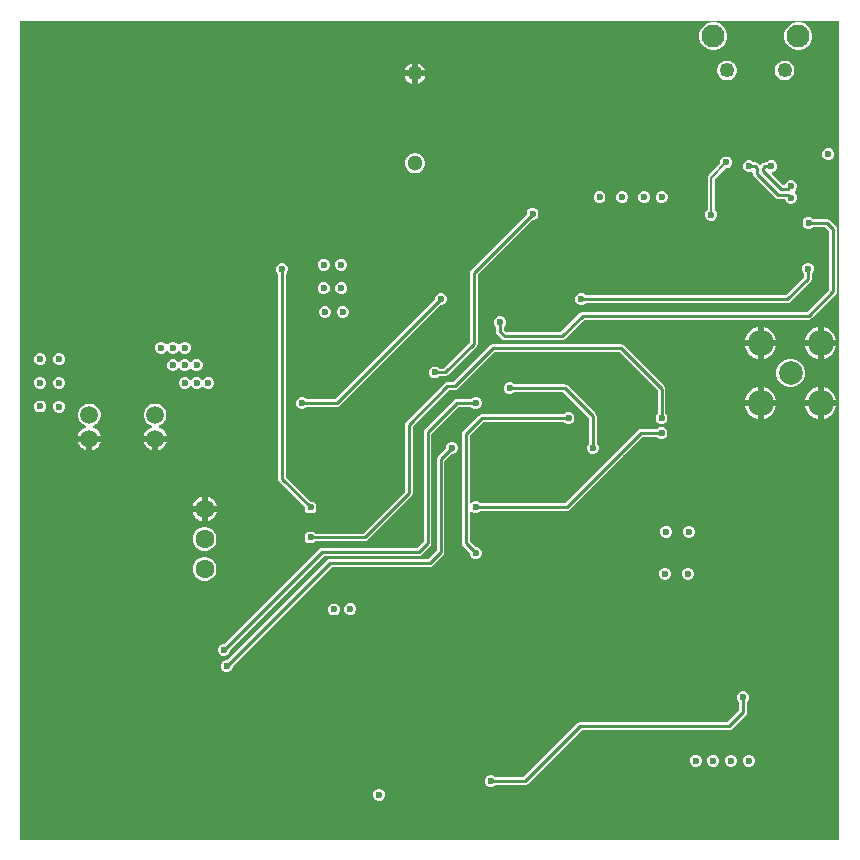
<source format=gbl>
G04*
G04 #@! TF.GenerationSoftware,Altium Limited,Altium Designer,21.9.2 (33)*
G04*
G04 Layer_Physical_Order=4*
G04 Layer_Color=16711680*
%FSLAX25Y25*%
%MOIN*%
G70*
G04*
G04 #@! TF.SameCoordinates,2BD51A12-542F-4E7F-AF7E-1702C203C590*
G04*
G04*
G04 #@! TF.FilePolarity,Positive*
G04*
G01*
G75*
%ADD17C,0.01000*%
%ADD101C,0.00800*%
%ADD103C,0.01100*%
%ADD108C,0.05118*%
%ADD109C,0.05906*%
%ADD110C,0.08661*%
%ADD111C,0.07874*%
%ADD112C,0.06299*%
%ADD113C,0.02362*%
%ADD114C,0.07677*%
%ADD115C,0.04921*%
G36*
X274271Y274271D02*
Y1319D01*
X1319D01*
Y274271D01*
X274271Y274271D01*
D02*
G37*
%LPC*%
G36*
X261241Y273733D02*
X260019D01*
X258840Y273417D01*
X257782Y272806D01*
X256918Y271943D01*
X256308Y270885D01*
X255991Y269705D01*
Y268484D01*
X256308Y267304D01*
X256918Y266246D01*
X257782Y265383D01*
X258840Y264772D01*
X260019Y264456D01*
X261241D01*
X262420Y264772D01*
X263478Y265383D01*
X264342Y266246D01*
X264952Y267304D01*
X265268Y268484D01*
Y269705D01*
X264952Y270885D01*
X264342Y271943D01*
X263478Y272806D01*
X262420Y273417D01*
X261241Y273733D01*
D02*
G37*
G36*
X232894D02*
X231673D01*
X230493Y273417D01*
X229435Y272806D01*
X228572Y271943D01*
X227961Y270885D01*
X227645Y269705D01*
Y268484D01*
X227961Y267304D01*
X228572Y266246D01*
X229435Y265383D01*
X230493Y264772D01*
X231673Y264456D01*
X232894D01*
X234074Y264772D01*
X235132Y265383D01*
X235995Y266246D01*
X236606Y267304D01*
X236922Y268484D01*
Y269705D01*
X236606Y270885D01*
X235995Y271943D01*
X235132Y272806D01*
X234074Y273417D01*
X232894Y273733D01*
D02*
G37*
G36*
X133806Y260077D02*
Y257661D01*
X136223D01*
X136123Y258034D01*
X135654Y258846D01*
X134992Y259509D01*
X134180Y259977D01*
X133806Y260077D01*
D02*
G37*
G36*
X131806Y260077D02*
X131432Y259977D01*
X130621Y259509D01*
X129958Y258846D01*
X129490Y258034D01*
X129390Y257661D01*
X131806D01*
Y260077D01*
D02*
G37*
G36*
X256433Y260938D02*
X255575D01*
X254745Y260716D01*
X254002Y260286D01*
X253395Y259679D01*
X252965Y258936D01*
X252743Y258106D01*
Y257248D01*
X252965Y256419D01*
X253395Y255675D01*
X254002Y255068D01*
X254745Y254639D01*
X255575Y254416D01*
X256433D01*
X257262Y254639D01*
X258006Y255068D01*
X258613Y255675D01*
X259042Y256419D01*
X259265Y257248D01*
Y258106D01*
X259042Y258936D01*
X258613Y259679D01*
X258006Y260286D01*
X257262Y260716D01*
X256433Y260938D01*
D02*
G37*
G36*
X237339D02*
X236480D01*
X235651Y260716D01*
X234907Y260286D01*
X234300Y259679D01*
X233871Y258936D01*
X233649Y258106D01*
Y257248D01*
X233871Y256419D01*
X234300Y255675D01*
X234907Y255068D01*
X235651Y254639D01*
X236480Y254416D01*
X237339D01*
X238168Y254639D01*
X238912Y255068D01*
X239519Y255675D01*
X239948Y256419D01*
X240170Y257248D01*
Y258106D01*
X239948Y258936D01*
X239519Y259679D01*
X238912Y260286D01*
X238168Y260716D01*
X237339Y260938D01*
D02*
G37*
G36*
X136223Y255661D02*
X133806D01*
Y253244D01*
X134180Y253344D01*
X134992Y253813D01*
X135654Y254475D01*
X136123Y255287D01*
X136223Y255661D01*
D02*
G37*
G36*
X131806D02*
X129390D01*
X129490Y255287D01*
X129958Y254475D01*
X130621Y253813D01*
X131432Y253344D01*
X131806Y253244D01*
Y255661D01*
D02*
G37*
G36*
X270994Y231665D02*
X270206D01*
X269478Y231363D01*
X268920Y230806D01*
X268619Y230078D01*
Y229289D01*
X268920Y228561D01*
X269478Y228004D01*
X270206Y227702D01*
X270994D01*
X271722Y228004D01*
X272280Y228561D01*
X272581Y229289D01*
Y230078D01*
X272280Y230806D01*
X271722Y231363D01*
X270994Y231665D01*
D02*
G37*
G36*
X251994Y227681D02*
X251206D01*
X250478Y227379D01*
X250175Y227077D01*
X249594D01*
X249594Y227077D01*
X249068Y226972D01*
X248621Y226673D01*
X248621Y226673D01*
X248245Y226297D01*
X247900Y226078D01*
X247555Y226297D01*
X247179Y226673D01*
X246732Y226972D01*
X246206Y227077D01*
X245625D01*
X245322Y227379D01*
X244594Y227681D01*
X243806D01*
X243078Y227379D01*
X242520Y226822D01*
X242219Y226094D01*
Y225306D01*
X242520Y224578D01*
X243078Y224021D01*
X243806Y223719D01*
X244594D01*
X244973Y223876D01*
X245474Y223542D01*
Y223274D01*
X245578Y222748D01*
X245877Y222301D01*
X253001Y215177D01*
X253448Y214878D01*
X253975Y214774D01*
X256274D01*
X256521Y214178D01*
X257078Y213620D01*
X257806Y213319D01*
X258594D01*
X259322Y213620D01*
X259879Y214178D01*
X260181Y214906D01*
Y215694D01*
X259879Y216422D01*
X259393Y216909D01*
X259353Y217200D01*
X259393Y217491D01*
X259879Y217978D01*
X260181Y218706D01*
Y219494D01*
X259879Y220222D01*
X259322Y220779D01*
X258594Y221081D01*
X257806D01*
X257078Y220779D01*
X256521Y220222D01*
X256274Y219626D01*
X255415D01*
X251784Y223257D01*
X251975Y223719D01*
X251994D01*
X252722Y224021D01*
X253279Y224578D01*
X253581Y225306D01*
Y226094D01*
X253279Y226822D01*
X252722Y227379D01*
X251994Y227681D01*
D02*
G37*
G36*
X133248Y230098D02*
X132364D01*
X131510Y229870D01*
X130744Y229427D01*
X130118Y228802D01*
X129676Y228036D01*
X129447Y227182D01*
Y226297D01*
X129676Y225443D01*
X130118Y224677D01*
X130744Y224051D01*
X131510Y223609D01*
X132364Y223380D01*
X133248D01*
X134103Y223609D01*
X134869Y224051D01*
X135494Y224677D01*
X135936Y225443D01*
X136165Y226297D01*
Y227182D01*
X135936Y228036D01*
X135494Y228802D01*
X134869Y229427D01*
X134103Y229870D01*
X133248Y230098D01*
D02*
G37*
G36*
X215484Y217411D02*
X214696D01*
X213968Y217109D01*
X213410Y216552D01*
X213109Y215824D01*
Y215036D01*
X213410Y214308D01*
X213968Y213751D01*
X214696Y213449D01*
X215484D01*
X216212Y213751D01*
X216770Y214308D01*
X217071Y215036D01*
Y215824D01*
X216770Y216552D01*
X216212Y217109D01*
X215484Y217411D01*
D02*
G37*
G36*
X202294D02*
X201506D01*
X200778Y217109D01*
X200220Y216552D01*
X199919Y215824D01*
Y215036D01*
X200220Y214308D01*
X200778Y213751D01*
X201506Y213449D01*
X202294D01*
X203022Y213751D01*
X203579Y214308D01*
X203881Y215036D01*
Y215824D01*
X203579Y216552D01*
X203022Y217109D01*
X202294Y217411D01*
D02*
G37*
G36*
X209614Y217351D02*
X208826D01*
X208098Y217050D01*
X207540Y216492D01*
X207239Y215764D01*
Y214976D01*
X207540Y214248D01*
X208098Y213690D01*
X208826Y213389D01*
X209614D01*
X210342Y213690D01*
X210899Y214248D01*
X211201Y214976D01*
Y215764D01*
X210899Y216492D01*
X210342Y217050D01*
X209614Y217351D01*
D02*
G37*
G36*
X194734D02*
X193946D01*
X193218Y217050D01*
X192660Y216492D01*
X192359Y215764D01*
Y214976D01*
X192660Y214248D01*
X193218Y213690D01*
X193946Y213389D01*
X194734D01*
X195462Y213690D01*
X196019Y214248D01*
X196321Y214976D01*
Y215764D01*
X196019Y216492D01*
X195462Y217050D01*
X194734Y217351D01*
D02*
G37*
G36*
X236994Y228981D02*
X236206D01*
X235478Y228679D01*
X234921Y228122D01*
X234619Y227394D01*
Y226749D01*
X230705Y222835D01*
X230440Y222438D01*
X230346Y221970D01*
Y211178D01*
X229890Y210722D01*
X229589Y209994D01*
Y209206D01*
X229890Y208478D01*
X230448Y207921D01*
X231176Y207619D01*
X231964D01*
X232692Y207921D01*
X233249Y208478D01*
X233551Y209206D01*
Y209994D01*
X233249Y210722D01*
X232793Y211178D01*
Y221463D01*
X236349Y225019D01*
X236994D01*
X237722Y225321D01*
X238280Y225878D01*
X238581Y226606D01*
Y227394D01*
X238280Y228122D01*
X237722Y228679D01*
X236994Y228981D01*
D02*
G37*
G36*
X108662Y194895D02*
X107874D01*
X107146Y194593D01*
X106588Y194036D01*
X106287Y193307D01*
Y192519D01*
X106588Y191791D01*
X107146Y191234D01*
X107874Y190932D01*
X108662D01*
X109390Y191234D01*
X109947Y191791D01*
X110249Y192519D01*
Y193307D01*
X109947Y194036D01*
X109390Y194593D01*
X108662Y194895D01*
D02*
G37*
G36*
X102756D02*
X101968D01*
X101240Y194593D01*
X100683Y194036D01*
X100381Y193307D01*
Y192519D01*
X100683Y191791D01*
X101240Y191234D01*
X101968Y190932D01*
X102756D01*
X103484Y191234D01*
X104042Y191791D01*
X104343Y192519D01*
Y193307D01*
X104042Y194036D01*
X103484Y194593D01*
X102756Y194895D01*
D02*
G37*
G36*
X108662Y187021D02*
X107874D01*
X107146Y186719D01*
X106588Y186162D01*
X106287Y185433D01*
Y184645D01*
X106588Y183917D01*
X107146Y183360D01*
X107874Y183058D01*
X108662D01*
X109390Y183360D01*
X109947Y183917D01*
X110249Y184645D01*
Y185433D01*
X109947Y186162D01*
X109390Y186719D01*
X108662Y187021D01*
D02*
G37*
G36*
X102756D02*
X101968D01*
X101240Y186719D01*
X100683Y186162D01*
X100381Y185433D01*
Y184645D01*
X100683Y183917D01*
X101240Y183360D01*
X101968Y183058D01*
X102756D01*
X103484Y183360D01*
X104042Y183917D01*
X104343Y184645D01*
Y185433D01*
X104042Y186162D01*
X103484Y186719D01*
X102756Y187021D01*
D02*
G37*
G36*
X264124Y193581D02*
X263336D01*
X262608Y193280D01*
X262051Y192722D01*
X261749Y191994D01*
Y191206D01*
X262051Y190478D01*
X262404Y190124D01*
Y188729D01*
X256401Y182726D01*
X189776D01*
X189422Y183080D01*
X188694Y183381D01*
X187906D01*
X187178Y183080D01*
X186620Y182522D01*
X186319Y181794D01*
Y181006D01*
X186620Y180278D01*
X187178Y179720D01*
X187906Y179419D01*
X188694D01*
X189422Y179720D01*
X189776Y180075D01*
X256950D01*
X257457Y180175D01*
X257887Y180463D01*
X264667Y187243D01*
X264955Y187673D01*
X265055Y188180D01*
Y190124D01*
X265409Y190478D01*
X265711Y191206D01*
Y191994D01*
X265409Y192722D01*
X264852Y193280D01*
X264124Y193581D01*
D02*
G37*
G36*
X109099Y179147D02*
X108311D01*
X107582Y178845D01*
X107025Y178288D01*
X106724Y177559D01*
Y176771D01*
X107025Y176043D01*
X107582Y175486D01*
X108311Y175184D01*
X109099D01*
X109827Y175486D01*
X110384Y176043D01*
X110686Y176771D01*
Y177559D01*
X110384Y178288D01*
X109827Y178845D01*
X109099Y179147D01*
D02*
G37*
G36*
X103193D02*
X102405D01*
X101677Y178845D01*
X101120Y178288D01*
X100818Y177559D01*
Y176771D01*
X101120Y176043D01*
X101677Y175486D01*
X102405Y175184D01*
X103193D01*
X103921Y175486D01*
X104479Y176043D01*
X104780Y176771D01*
Y177559D01*
X104479Y178288D01*
X103921Y178845D01*
X103193Y179147D01*
D02*
G37*
G36*
X264394Y208931D02*
X263606D01*
X262878Y208629D01*
X262320Y208072D01*
X262019Y207344D01*
Y206556D01*
X262320Y205828D01*
X262878Y205271D01*
X263606Y204969D01*
X264394D01*
X265122Y205271D01*
X265476Y205625D01*
X269451D01*
X270784Y204291D01*
Y184569D01*
X263511Y177295D01*
X188690D01*
X188183Y177195D01*
X187753Y176907D01*
X181221Y170376D01*
X163289D01*
X162536Y171129D01*
Y172214D01*
X162890Y172568D01*
X163191Y173296D01*
Y174084D01*
X162890Y174812D01*
X162332Y175370D01*
X161604Y175671D01*
X160816D01*
X160088Y175370D01*
X159530Y174812D01*
X159229Y174084D01*
Y173296D01*
X159530Y172568D01*
X159885Y172214D01*
Y170580D01*
X159985Y170073D01*
X160273Y169643D01*
X161803Y168113D01*
X162233Y167825D01*
X162740Y167725D01*
X181770D01*
X182277Y167825D01*
X182707Y168113D01*
X189239Y174644D01*
X264060D01*
X264567Y174745D01*
X264997Y175033D01*
X273047Y183083D01*
X273335Y183513D01*
X273435Y184020D01*
Y204840D01*
X273335Y205347D01*
X273047Y205777D01*
X270937Y207887D01*
X270507Y208175D01*
X270000Y208276D01*
X265476D01*
X265122Y208629D01*
X264394Y208931D01*
D02*
G37*
G36*
X269000Y172051D02*
Y167800D01*
X273251D01*
X272967Y168858D01*
X272266Y170073D01*
X271273Y171066D01*
X270058Y171767D01*
X269000Y172051D01*
D02*
G37*
G36*
X249000D02*
Y167800D01*
X253251D01*
X252967Y168858D01*
X252266Y170073D01*
X251273Y171066D01*
X250058Y171767D01*
X249000Y172051D01*
D02*
G37*
G36*
X267000Y172051D02*
X265942Y171767D01*
X264727Y171066D01*
X263734Y170073D01*
X263033Y168858D01*
X262749Y167800D01*
X267000D01*
Y172051D01*
D02*
G37*
G36*
X247000D02*
X245942Y171767D01*
X244727Y171066D01*
X243734Y170073D01*
X243033Y168858D01*
X242749Y167800D01*
X247000D01*
Y172051D01*
D02*
G37*
G36*
X56494Y167287D02*
X55706D01*
X54978Y166985D01*
X54421Y166428D01*
X54382Y166333D01*
X53882D01*
X53843Y166428D01*
X53285Y166985D01*
X52557Y167287D01*
X51769D01*
X51041Y166985D01*
X50484Y166428D01*
X50445Y166333D01*
X49944D01*
X49905Y166428D01*
X49348Y166985D01*
X48620Y167287D01*
X47832D01*
X47104Y166985D01*
X46547Y166428D01*
X46245Y165700D01*
Y164911D01*
X46547Y164183D01*
X47104Y163626D01*
X47832Y163324D01*
X48620D01*
X49348Y163626D01*
X49905Y164183D01*
X49944Y164278D01*
X50445D01*
X50484Y164183D01*
X51041Y163626D01*
X51769Y163324D01*
X52557D01*
X53285Y163626D01*
X53843Y164183D01*
X53882Y164278D01*
X54382D01*
X54421Y164183D01*
X54978Y163626D01*
X55706Y163324D01*
X56494D01*
X57222Y163626D01*
X57780Y164183D01*
X58081Y164911D01*
Y165700D01*
X57780Y166428D01*
X57222Y166985D01*
X56494Y167287D01*
D02*
G37*
G36*
X273251Y165800D02*
X269000D01*
Y161549D01*
X270058Y161833D01*
X271273Y162534D01*
X272266Y163527D01*
X272967Y164742D01*
X273251Y165800D01*
D02*
G37*
G36*
X253251D02*
X249000D01*
Y161549D01*
X250058Y161833D01*
X251273Y162534D01*
X252266Y163527D01*
X252967Y164742D01*
X253251Y165800D01*
D02*
G37*
G36*
X267000D02*
X262749D01*
X263033Y164742D01*
X263734Y163527D01*
X264727Y162534D01*
X265942Y161833D01*
X267000Y161549D01*
Y165800D01*
D02*
G37*
G36*
X247000D02*
X242749D01*
X243033Y164742D01*
X243734Y163527D01*
X244727Y162534D01*
X245942Y161833D01*
X247000Y161549D01*
Y165800D01*
D02*
G37*
G36*
X60431Y161381D02*
X59643D01*
X58915Y161080D01*
X58358Y160522D01*
X58319Y160428D01*
X57819D01*
X57780Y160522D01*
X57222Y161080D01*
X56494Y161381D01*
X55706D01*
X54978Y161080D01*
X54421Y160522D01*
X54382Y160428D01*
X53882D01*
X53843Y160522D01*
X53285Y161080D01*
X52557Y161381D01*
X51769D01*
X51041Y161080D01*
X50484Y160522D01*
X50182Y159794D01*
Y159006D01*
X50484Y158278D01*
X51041Y157720D01*
X51769Y157419D01*
X52557D01*
X53285Y157720D01*
X53843Y158278D01*
X53882Y158372D01*
X54382D01*
X54421Y158278D01*
X54978Y157720D01*
X55706Y157419D01*
X56494D01*
X57222Y157720D01*
X57780Y158278D01*
X57819Y158372D01*
X58319D01*
X58358Y158278D01*
X58915Y157720D01*
X59643Y157419D01*
X60431D01*
X61159Y157720D01*
X61717Y158278D01*
X62018Y159006D01*
Y159794D01*
X61717Y160522D01*
X61159Y161080D01*
X60431Y161381D01*
D02*
G37*
G36*
X8268Y163398D02*
X7480D01*
X6752Y163097D01*
X6194Y162540D01*
X5893Y161811D01*
Y161023D01*
X6194Y160295D01*
X6752Y159738D01*
X7480Y159436D01*
X8268D01*
X8996Y159738D01*
X9554Y160295D01*
X9855Y161023D01*
Y161811D01*
X9554Y162540D01*
X8996Y163097D01*
X8268Y163398D01*
D02*
G37*
G36*
X14646Y163350D02*
X13858D01*
X13129Y163048D01*
X12572Y162491D01*
X12270Y161763D01*
Y160975D01*
X12572Y160247D01*
X13129Y159689D01*
X13858Y159388D01*
X14646D01*
X15374Y159689D01*
X15931Y160247D01*
X16233Y160975D01*
Y161763D01*
X15931Y162491D01*
X15374Y163048D01*
X14646Y163350D01*
D02*
G37*
G36*
X172394Y211881D02*
X171606D01*
X170878Y211579D01*
X170320Y211022D01*
X170019Y210294D01*
Y209793D01*
X151463Y191237D01*
X151175Y190807D01*
X151075Y190300D01*
Y167168D01*
X142232Y158326D01*
X140976D01*
X140622Y158679D01*
X139894Y158981D01*
X139106D01*
X138378Y158679D01*
X137820Y158122D01*
X137519Y157394D01*
Y156606D01*
X137820Y155878D01*
X138378Y155321D01*
X139106Y155019D01*
X139894D01*
X140622Y155321D01*
X140976Y155675D01*
X142781D01*
X143289Y155775D01*
X143719Y156063D01*
X153337Y165681D01*
X153625Y166112D01*
X153726Y166619D01*
Y189751D01*
X171893Y207919D01*
X172394D01*
X173122Y208221D01*
X173679Y208778D01*
X173981Y209506D01*
Y210294D01*
X173679Y211022D01*
X173122Y211579D01*
X172394Y211881D01*
D02*
G37*
G36*
X64368Y155476D02*
X63580D01*
X62852Y155174D01*
X62295Y154617D01*
X62256Y154523D01*
X61756D01*
X61717Y154617D01*
X61159Y155174D01*
X60431Y155476D01*
X59643D01*
X58915Y155174D01*
X58358Y154617D01*
X58319Y154523D01*
X57819D01*
X57780Y154617D01*
X57222Y155174D01*
X56494Y155476D01*
X55706D01*
X54978Y155174D01*
X54421Y154617D01*
X54119Y153889D01*
Y153100D01*
X54421Y152372D01*
X54978Y151815D01*
X55706Y151513D01*
X56494D01*
X57222Y151815D01*
X57780Y152372D01*
X57819Y152466D01*
X58319D01*
X58358Y152372D01*
X58915Y151815D01*
X59643Y151513D01*
X60431D01*
X61159Y151815D01*
X61717Y152372D01*
X61756Y152466D01*
X62256D01*
X62295Y152372D01*
X62852Y151815D01*
X63580Y151513D01*
X64368D01*
X65096Y151815D01*
X65654Y152372D01*
X65955Y153100D01*
Y153889D01*
X65654Y154617D01*
X65096Y155174D01*
X64368Y155476D01*
D02*
G37*
G36*
X258624Y161537D02*
X257376D01*
X256172Y161214D01*
X255091Y160591D01*
X254209Y159709D01*
X253586Y158628D01*
X253263Y157424D01*
Y156176D01*
X253586Y154972D01*
X254209Y153891D01*
X255091Y153009D01*
X256172Y152386D01*
X257376Y152063D01*
X258624D01*
X259828Y152386D01*
X260909Y153009D01*
X261790Y153891D01*
X262414Y154972D01*
X262737Y156176D01*
Y157424D01*
X262414Y158628D01*
X261790Y159709D01*
X260909Y160591D01*
X259828Y161214D01*
X258624Y161537D01*
D02*
G37*
G36*
X8268Y155524D02*
X7480D01*
X6752Y155223D01*
X6194Y154666D01*
X5893Y153937D01*
Y153149D01*
X6194Y152421D01*
X6752Y151864D01*
X7480Y151562D01*
X8268D01*
X8996Y151864D01*
X9554Y152421D01*
X9855Y153149D01*
Y153937D01*
X9554Y154666D01*
X8996Y155223D01*
X8268Y155524D01*
D02*
G37*
G36*
X14646Y155476D02*
X13858D01*
X13129Y155174D01*
X12572Y154617D01*
X12270Y153889D01*
Y153101D01*
X12572Y152373D01*
X13129Y151815D01*
X13858Y151514D01*
X14646D01*
X15374Y151815D01*
X15931Y152373D01*
X16233Y153101D01*
Y153889D01*
X15931Y154617D01*
X15374Y155174D01*
X14646Y155476D01*
D02*
G37*
G36*
X141894Y183481D02*
X141106D01*
X140378Y183179D01*
X139821Y182622D01*
X139519Y181894D01*
Y181393D01*
X106151Y148026D01*
X96676D01*
X96322Y148380D01*
X95594Y148681D01*
X94806D01*
X94078Y148380D01*
X93520Y147822D01*
X93219Y147094D01*
Y146306D01*
X93520Y145578D01*
X94078Y145020D01*
X94806Y144719D01*
X95594D01*
X96322Y145020D01*
X96676Y145375D01*
X106700D01*
X107207Y145475D01*
X107637Y145763D01*
X141393Y179519D01*
X141894D01*
X142622Y179821D01*
X143180Y180378D01*
X143481Y181106D01*
Y181894D01*
X143180Y182622D01*
X142622Y183179D01*
X141894Y183481D01*
D02*
G37*
G36*
X269000Y152051D02*
Y147800D01*
X273251D01*
X272967Y148858D01*
X272266Y150073D01*
X271273Y151066D01*
X270058Y151767D01*
X269000Y152051D01*
D02*
G37*
G36*
X249000D02*
Y147800D01*
X253251D01*
X252967Y148858D01*
X252266Y150073D01*
X251273Y151066D01*
X250058Y151767D01*
X249000Y152051D01*
D02*
G37*
G36*
X267000Y152051D02*
X265942Y151767D01*
X264727Y151066D01*
X263734Y150073D01*
X263033Y148858D01*
X262749Y147800D01*
X267000D01*
Y152051D01*
D02*
G37*
G36*
X247000D02*
X245942Y151767D01*
X244727Y151066D01*
X243734Y150073D01*
X243033Y148858D01*
X242749Y147800D01*
X247000D01*
Y152051D01*
D02*
G37*
G36*
X153494Y148881D02*
X152706D01*
X151978Y148580D01*
X151624Y148225D01*
X146800D01*
X146293Y148125D01*
X145863Y147837D01*
X136063Y138037D01*
X135775Y137607D01*
X135675Y137100D01*
Y100604D01*
X133596Y98526D01*
X101800D01*
X101293Y98425D01*
X100863Y98137D01*
X69207Y66481D01*
X68706D01*
X67978Y66180D01*
X67421Y65622D01*
X67119Y64894D01*
Y64106D01*
X67421Y63378D01*
X67978Y62821D01*
X68706Y62519D01*
X69494D01*
X70222Y62821D01*
X70780Y63378D01*
X71081Y64106D01*
Y64607D01*
X102349Y95875D01*
X134145D01*
X134652Y95975D01*
X135082Y96263D01*
X137937Y99118D01*
X138225Y99548D01*
X138326Y100055D01*
Y136551D01*
X147349Y145574D01*
X151624D01*
X151978Y145220D01*
X152706Y144919D01*
X153494D01*
X154222Y145220D01*
X154780Y145778D01*
X155081Y146506D01*
Y147294D01*
X154780Y148022D01*
X154222Y148580D01*
X153494Y148881D01*
D02*
G37*
G36*
X8268Y147650D02*
X7480D01*
X6752Y147349D01*
X6194Y146792D01*
X5893Y146063D01*
Y145275D01*
X6194Y144547D01*
X6752Y143990D01*
X7480Y143688D01*
X8268D01*
X8996Y143990D01*
X9554Y144547D01*
X9855Y145275D01*
Y146063D01*
X9554Y146792D01*
X8996Y147349D01*
X8268Y147650D01*
D02*
G37*
G36*
X14646Y147602D02*
X13858D01*
X13129Y147300D01*
X12572Y146743D01*
X12270Y146015D01*
Y145227D01*
X12572Y144499D01*
X13129Y143941D01*
X13858Y143640D01*
X14646D01*
X15374Y143941D01*
X15931Y144499D01*
X16233Y145227D01*
Y146015D01*
X15931Y146743D01*
X15374Y147300D01*
X14646Y147602D01*
D02*
G37*
G36*
X273251Y145800D02*
X269000D01*
Y141549D01*
X270058Y141833D01*
X271273Y142534D01*
X272266Y143527D01*
X272967Y144742D01*
X273251Y145800D01*
D02*
G37*
G36*
X253251D02*
X249000D01*
Y141549D01*
X250058Y141833D01*
X251273Y142534D01*
X252266Y143527D01*
X252967Y144742D01*
X253251Y145800D01*
D02*
G37*
G36*
X267000D02*
X262749D01*
X263033Y144742D01*
X263734Y143527D01*
X264727Y142534D01*
X265942Y141833D01*
X267000Y141549D01*
Y145800D01*
D02*
G37*
G36*
X247000D02*
X242749D01*
X243033Y144742D01*
X243734Y143527D01*
X244727Y142534D01*
X245942Y141833D01*
X247000Y141549D01*
Y145800D01*
D02*
G37*
G36*
X201500Y166426D02*
X158800D01*
X158293Y166325D01*
X157863Y166037D01*
X145497Y153671D01*
X143454D01*
X142947Y153570D01*
X142517Y153283D01*
X129763Y140529D01*
X129475Y140099D01*
X129375Y139592D01*
Y117229D01*
X115471Y103325D01*
X99476D01*
X99122Y103680D01*
X98394Y103981D01*
X97606D01*
X96878Y103680D01*
X96320Y103122D01*
X96019Y102394D01*
Y101606D01*
X96320Y100878D01*
X96878Y100320D01*
X97606Y100019D01*
X98394D01*
X99122Y100320D01*
X99476Y100674D01*
X116020D01*
X116527Y100775D01*
X116957Y101063D01*
X131637Y115743D01*
X131925Y116173D01*
X132026Y116680D01*
X132026Y116680D01*
Y139043D01*
X144003Y151020D01*
X146046D01*
X146553Y151121D01*
X146983Y151409D01*
X159349Y163775D01*
X200951D01*
X213674Y151051D01*
Y143276D01*
X213320Y142922D01*
X213019Y142194D01*
Y141406D01*
X213320Y140678D01*
X213878Y140120D01*
X214606Y139819D01*
X215394D01*
X216122Y140120D01*
X216680Y140678D01*
X216981Y141406D01*
Y142194D01*
X216680Y142922D01*
X216325Y143276D01*
Y151600D01*
X216225Y152107D01*
X215937Y152537D01*
X202437Y166037D01*
X202007Y166325D01*
X201500Y166426D01*
D02*
G37*
G36*
X184394Y143681D02*
X183606D01*
X182878Y143379D01*
X182524Y143026D01*
X155000D01*
X154493Y142925D01*
X154063Y142637D01*
X148763Y137337D01*
X148475Y136907D01*
X148374Y136400D01*
Y100132D01*
X148475Y99625D01*
X148763Y99195D01*
X151119Y96839D01*
Y96338D01*
X151420Y95610D01*
X151978Y95053D01*
X152706Y94751D01*
X153494D01*
X154222Y95053D01*
X154780Y95610D01*
X155081Y96338D01*
Y97126D01*
X154780Y97855D01*
X154222Y98412D01*
X153494Y98713D01*
X152993D01*
X151025Y100681D01*
Y110820D01*
X151039Y110828D01*
X151525Y110973D01*
X151978Y110521D01*
X152706Y110219D01*
X153494D01*
X154222Y110521D01*
X154576Y110874D01*
X183400D01*
X183907Y110975D01*
X184337Y111263D01*
X208549Y135475D01*
X213524D01*
X213878Y135120D01*
X214606Y134819D01*
X215394D01*
X216122Y135120D01*
X216680Y135678D01*
X216981Y136406D01*
Y137194D01*
X216680Y137922D01*
X216122Y138479D01*
X215394Y138781D01*
X214606D01*
X213878Y138479D01*
X213524Y138126D01*
X208000D01*
X207493Y138025D01*
X207063Y137737D01*
X182851Y113525D01*
X154576D01*
X154222Y113880D01*
X153494Y114181D01*
X152706D01*
X151978Y113880D01*
X151525Y113427D01*
X151039Y113572D01*
X151025Y113580D01*
Y135851D01*
X155549Y140375D01*
X182524D01*
X182878Y140021D01*
X183606Y139719D01*
X184394D01*
X185122Y140021D01*
X185679Y140578D01*
X185981Y141306D01*
Y142094D01*
X185679Y142822D01*
X185122Y143379D01*
X184394Y143681D01*
D02*
G37*
G36*
X46694Y146590D02*
X45706D01*
X44752Y146334D01*
X43896Y145840D01*
X43197Y145141D01*
X42703Y144286D01*
X42447Y143331D01*
Y142343D01*
X42703Y141388D01*
X43197Y140533D01*
X43896Y139834D01*
X44752Y139340D01*
X45041Y139262D01*
Y138745D01*
X44674Y138646D01*
X43773Y138126D01*
X43037Y137390D01*
X42517Y136489D01*
X42376Y135963D01*
X46200D01*
X50024D01*
X49883Y136489D01*
X49363Y137390D01*
X48627Y138126D01*
X47726Y138646D01*
X47359Y138745D01*
Y139262D01*
X47649Y139340D01*
X48504Y139834D01*
X49203Y140533D01*
X49697Y141388D01*
X49953Y142343D01*
Y143331D01*
X49697Y144286D01*
X49203Y145141D01*
X48504Y145840D01*
X47649Y146334D01*
X46694Y146590D01*
D02*
G37*
G36*
X24794D02*
X23806D01*
X22851Y146334D01*
X21996Y145840D01*
X21297Y145141D01*
X20803Y144286D01*
X20547Y143331D01*
Y142343D01*
X20803Y141388D01*
X21297Y140533D01*
X21996Y139834D01*
X22851Y139340D01*
X23141Y139262D01*
Y138745D01*
X22774Y138646D01*
X21873Y138126D01*
X21137Y137390D01*
X20617Y136489D01*
X20476Y135963D01*
X24300D01*
X28124D01*
X27983Y136489D01*
X27463Y137390D01*
X26727Y138126D01*
X25826Y138646D01*
X25459Y138745D01*
Y139262D01*
X25749Y139340D01*
X26604Y139834D01*
X27303Y140533D01*
X27797Y141388D01*
X28053Y142343D01*
Y143331D01*
X27797Y144286D01*
X27303Y145141D01*
X26604Y145840D01*
X25749Y146334D01*
X24794Y146590D01*
D02*
G37*
G36*
X45200Y133963D02*
X42376D01*
X42517Y133437D01*
X43037Y132536D01*
X43773Y131800D01*
X44674Y131280D01*
X45200Y131139D01*
Y133963D01*
D02*
G37*
G36*
X23300D02*
X20476D01*
X20617Y133437D01*
X21137Y132536D01*
X21873Y131800D01*
X22774Y131280D01*
X23300Y131139D01*
Y133963D01*
D02*
G37*
G36*
X50024D02*
X47200D01*
Y131139D01*
X47726Y131280D01*
X48627Y131800D01*
X49363Y132536D01*
X49883Y133437D01*
X50024Y133963D01*
D02*
G37*
G36*
X28124D02*
X25300D01*
Y131139D01*
X25826Y131280D01*
X26727Y131800D01*
X27463Y132536D01*
X27983Y133437D01*
X28124Y133963D01*
D02*
G37*
G36*
X164842Y153713D02*
X164054D01*
X163326Y153412D01*
X162768Y152855D01*
X162467Y152126D01*
Y151338D01*
X162768Y150610D01*
X163326Y150053D01*
X164054Y149751D01*
X164842D01*
X165570Y150053D01*
X165924Y150407D01*
X182219D01*
X190694Y141931D01*
Y133276D01*
X190340Y132922D01*
X190039Y132194D01*
Y131406D01*
X190340Y130678D01*
X190898Y130121D01*
X191626Y129819D01*
X192414D01*
X193142Y130121D01*
X193700Y130678D01*
X194001Y131406D01*
Y132194D01*
X193700Y132922D01*
X193345Y133276D01*
Y142480D01*
X193245Y142987D01*
X192957Y143417D01*
X183705Y152670D01*
X183275Y152957D01*
X182768Y153058D01*
X165924D01*
X165570Y153412D01*
X164842Y153713D01*
D02*
G37*
G36*
X63700Y115528D02*
Y112500D01*
X66728D01*
X66567Y113102D01*
X66021Y114048D01*
X65248Y114821D01*
X64302Y115367D01*
X63700Y115528D01*
D02*
G37*
G36*
X61700D02*
X61098Y115367D01*
X60152Y114821D01*
X59380Y114048D01*
X58833Y113102D01*
X58672Y112500D01*
X61700D01*
Y115528D01*
D02*
G37*
G36*
X88894Y193381D02*
X88106D01*
X87378Y193079D01*
X86821Y192522D01*
X86519Y191794D01*
Y191006D01*
X86821Y190278D01*
X87174Y189924D01*
Y121500D01*
X87275Y120993D01*
X87563Y120563D01*
X96019Y112107D01*
Y111606D01*
X96320Y110878D01*
X96878Y110320D01*
X97606Y110019D01*
X98394D01*
X99122Y110320D01*
X99679Y110878D01*
X99981Y111606D01*
Y112394D01*
X99679Y113122D01*
X99122Y113680D01*
X98394Y113981D01*
X97893D01*
X89825Y122049D01*
Y189924D01*
X90180Y190278D01*
X90481Y191006D01*
Y191794D01*
X90180Y192522D01*
X89622Y193079D01*
X88894Y193381D01*
D02*
G37*
G36*
X66728Y110500D02*
X63700D01*
Y107472D01*
X64302Y107633D01*
X65248Y108179D01*
X66021Y108952D01*
X66567Y109898D01*
X66728Y110500D01*
D02*
G37*
G36*
X61700D02*
X58672D01*
X58833Y109898D01*
X59380Y108952D01*
X60152Y108179D01*
X61098Y107633D01*
X61700Y107472D01*
Y110500D01*
D02*
G37*
G36*
X224594Y105881D02*
X223806D01*
X223078Y105579D01*
X222520Y105022D01*
X222219Y104294D01*
Y103506D01*
X222520Y102778D01*
X223078Y102220D01*
X223806Y101919D01*
X224594D01*
X225322Y102220D01*
X225880Y102778D01*
X226181Y103506D01*
Y104294D01*
X225880Y105022D01*
X225322Y105579D01*
X224594Y105881D01*
D02*
G37*
G36*
X216994D02*
X216206D01*
X215478Y105579D01*
X214920Y105022D01*
X214619Y104294D01*
Y103506D01*
X214920Y102778D01*
X215478Y102220D01*
X216206Y101919D01*
X216994D01*
X217722Y102220D01*
X218280Y102778D01*
X218581Y103506D01*
Y104294D01*
X218280Y105022D01*
X217722Y105579D01*
X216994Y105881D01*
D02*
G37*
G36*
X63220Y105450D02*
X62180D01*
X61176Y105180D01*
X60275Y104660D01*
X59540Y103925D01*
X59020Y103024D01*
X58750Y102020D01*
Y100980D01*
X59020Y99976D01*
X59540Y99075D01*
X60275Y98339D01*
X61176Y97820D01*
X62180Y97550D01*
X63220D01*
X64224Y97820D01*
X65125Y98339D01*
X65860Y99075D01*
X66380Y99976D01*
X66650Y100980D01*
Y102020D01*
X66380Y103024D01*
X65860Y103925D01*
X65125Y104660D01*
X64224Y105180D01*
X63220Y105450D01*
D02*
G37*
G36*
X224194Y91881D02*
X223406D01*
X222678Y91580D01*
X222120Y91022D01*
X221819Y90294D01*
Y89506D01*
X222120Y88778D01*
X222678Y88221D01*
X223406Y87919D01*
X224194D01*
X224922Y88221D01*
X225480Y88778D01*
X225781Y89506D01*
Y90294D01*
X225480Y91022D01*
X224922Y91580D01*
X224194Y91881D01*
D02*
G37*
G36*
X216594D02*
X215806D01*
X215078Y91580D01*
X214521Y91022D01*
X214219Y90294D01*
Y89506D01*
X214521Y88778D01*
X215078Y88221D01*
X215806Y87919D01*
X216594D01*
X217322Y88221D01*
X217880Y88778D01*
X218181Y89506D01*
Y90294D01*
X217880Y91022D01*
X217322Y91580D01*
X216594Y91881D01*
D02*
G37*
G36*
X63220Y95450D02*
X62180D01*
X61176Y95180D01*
X60275Y94661D01*
X59540Y93925D01*
X59020Y93024D01*
X58750Y92020D01*
Y90980D01*
X59020Y89976D01*
X59540Y89075D01*
X60275Y88340D01*
X61176Y87820D01*
X62180Y87550D01*
X63220D01*
X64224Y87820D01*
X65125Y88340D01*
X65860Y89075D01*
X66380Y89976D01*
X66650Y90980D01*
Y92020D01*
X66380Y93024D01*
X65860Y93925D01*
X65125Y94661D01*
X64224Y95180D01*
X63220Y95450D01*
D02*
G37*
G36*
X111694Y80081D02*
X110906D01*
X110178Y79779D01*
X109620Y79222D01*
X109319Y78494D01*
Y77706D01*
X109620Y76978D01*
X110178Y76420D01*
X110906Y76119D01*
X111694D01*
X112422Y76420D01*
X112979Y76978D01*
X113281Y77706D01*
Y78494D01*
X112979Y79222D01*
X112422Y79779D01*
X111694Y80081D01*
D02*
G37*
G36*
X106194Y79981D02*
X105406D01*
X104678Y79680D01*
X104121Y79122D01*
X103819Y78394D01*
Y77606D01*
X104121Y76878D01*
X104678Y76320D01*
X105406Y76019D01*
X106194D01*
X106922Y76320D01*
X107480Y76878D01*
X107781Y77606D01*
Y78394D01*
X107480Y79122D01*
X106922Y79680D01*
X106194Y79981D01*
D02*
G37*
G36*
X145594Y133881D02*
X144806D01*
X144078Y133580D01*
X143520Y133022D01*
X143219Y132294D01*
Y131793D01*
X140390Y128964D01*
X140102Y128534D01*
X140001Y128027D01*
Y97662D01*
X137165Y94826D01*
X104500D01*
X103993Y94725D01*
X103563Y94437D01*
X70162Y61036D01*
X69661D01*
X68933Y60735D01*
X68376Y60177D01*
X68074Y59449D01*
Y58661D01*
X68376Y57933D01*
X68933Y57376D01*
X69661Y57074D01*
X70449D01*
X71177Y57376D01*
X71735Y57933D01*
X72036Y58661D01*
Y59162D01*
X105049Y92175D01*
X137714D01*
X138222Y92275D01*
X138652Y92563D01*
X142264Y96175D01*
X142551Y96605D01*
X142652Y97113D01*
Y127478D01*
X145093Y129919D01*
X145594D01*
X146322Y130220D01*
X146879Y130778D01*
X147181Y131506D01*
Y132294D01*
X146879Y133022D01*
X146322Y133580D01*
X145594Y133881D01*
D02*
G37*
G36*
X244489Y29540D02*
X243700D01*
X242972Y29239D01*
X242415Y28681D01*
X242113Y27953D01*
Y27165D01*
X242415Y26437D01*
X242972Y25880D01*
X243700Y25578D01*
X244489D01*
X245217Y25880D01*
X245774Y26437D01*
X246076Y27165D01*
Y27953D01*
X245774Y28681D01*
X245217Y29239D01*
X244489Y29540D01*
D02*
G37*
G36*
X238583D02*
X237795D01*
X237067Y29239D01*
X236509Y28681D01*
X236208Y27953D01*
Y27165D01*
X236509Y26437D01*
X237067Y25880D01*
X237795Y25578D01*
X238583D01*
X239311Y25880D01*
X239868Y26437D01*
X240170Y27165D01*
Y27953D01*
X239868Y28681D01*
X239311Y29239D01*
X238583Y29540D01*
D02*
G37*
G36*
X232678D02*
X231889D01*
X231161Y29239D01*
X230604Y28681D01*
X230302Y27953D01*
Y27165D01*
X230604Y26437D01*
X231161Y25880D01*
X231889Y25578D01*
X232678D01*
X233406Y25880D01*
X233963Y26437D01*
X234265Y27165D01*
Y27953D01*
X233963Y28681D01*
X233406Y29239D01*
X232678Y29540D01*
D02*
G37*
G36*
X226772D02*
X225984D01*
X225256Y29239D01*
X224698Y28681D01*
X224397Y27953D01*
Y27165D01*
X224698Y26437D01*
X225256Y25880D01*
X225984Y25578D01*
X226772D01*
X227500Y25880D01*
X228057Y26437D01*
X228359Y27165D01*
Y27953D01*
X228057Y28681D01*
X227500Y29239D01*
X226772Y29540D01*
D02*
G37*
G36*
X242594Y50681D02*
X241806D01*
X241078Y50380D01*
X240521Y49822D01*
X240219Y49094D01*
Y48306D01*
X240521Y47578D01*
X240875Y47224D01*
Y44349D01*
X236951Y40426D01*
X187800D01*
X187293Y40325D01*
X186863Y40037D01*
X168849Y22023D01*
X159574D01*
X159220Y22377D01*
X158492Y22679D01*
X157704D01*
X156975Y22377D01*
X156418Y21820D01*
X156117Y21092D01*
Y20304D01*
X156418Y19576D01*
X156975Y19018D01*
X157704Y18717D01*
X158492D01*
X159220Y19018D01*
X159574Y19372D01*
X169398D01*
X169905Y19473D01*
X170335Y19760D01*
X188349Y37775D01*
X237500D01*
X238007Y37875D01*
X238437Y38163D01*
X243137Y42863D01*
X243425Y43293D01*
X243526Y43800D01*
Y47224D01*
X243880Y47578D01*
X244181Y48306D01*
Y49094D01*
X243880Y49822D01*
X243322Y50380D01*
X242594Y50681D01*
D02*
G37*
G36*
X121294Y18281D02*
X120506D01*
X119778Y17979D01*
X119220Y17422D01*
X118919Y16694D01*
Y15906D01*
X119220Y15178D01*
X119778Y14620D01*
X120506Y14319D01*
X121294D01*
X122022Y14620D01*
X122580Y15178D01*
X122881Y15906D01*
Y16694D01*
X122580Y17422D01*
X122022Y17979D01*
X121294Y18281D01*
D02*
G37*
%LPD*%
D17*
X158098Y20698D02*
X169398D01*
X187800Y39100D01*
X139500Y157000D02*
X142781D01*
X152400Y166619D01*
X88500Y121500D02*
X98000Y112000D01*
X88500Y121500D02*
Y191400D01*
X98000Y102000D02*
X116020D01*
X106700Y146700D02*
X141500Y181500D01*
X95200Y146700D02*
X106700D01*
X152400Y166619D02*
Y190300D01*
X172000Y209900D01*
X70055Y59055D02*
X104500Y93500D01*
X137714D01*
X69100Y64500D02*
X101800Y97200D01*
X134145D01*
X141327Y128027D02*
X145200Y131900D01*
X141327Y97113D02*
Y128027D01*
X137714Y93500D02*
X141327Y97113D01*
X134145Y97200D02*
X137000Y100055D01*
Y137100D01*
X146800Y146900D01*
X153100D01*
X116020Y102000D02*
X130700Y116680D01*
Y139592D01*
X149700Y100132D02*
X153100Y96732D01*
X149700Y100132D02*
Y136400D01*
X155000Y141700D01*
X146046Y152346D02*
X158800Y165100D01*
X143454Y152346D02*
X146046D01*
X130700Y139592D02*
X143454Y152346D01*
X158800Y165100D02*
X201500D01*
X153100Y112200D02*
X183400D01*
X208000Y136800D01*
X164448Y151732D02*
X182768D01*
X188300Y181400D02*
X256950D01*
X263730Y188180D01*
X162740Y169050D02*
X181770D01*
X188690Y175970D01*
X264060D01*
X272110Y184020D01*
X237500Y39100D02*
X242200Y43800D01*
X187800Y39100D02*
X237500D01*
X242200Y43800D02*
Y48700D01*
X155000Y141700D02*
X184000D01*
X201500Y165100D02*
X215000Y151600D01*
Y141800D02*
Y151600D01*
X182768Y151732D02*
X192020Y142480D01*
Y131800D02*
Y142480D01*
X208000Y136800D02*
X215000D01*
X161210Y170580D02*
X162740Y169050D01*
X161210Y170580D02*
Y173690D01*
X272110Y184020D02*
Y204840D01*
X264000Y206950D02*
X270000D01*
X272110Y204840D01*
X263730Y188180D02*
Y191600D01*
D101*
X231570Y221970D02*
X236600Y227000D01*
X231570Y209600D02*
Y221970D01*
D103*
X248950Y224144D02*
Y225056D01*
X249594Y225700D02*
X251600D01*
X257106Y216150D02*
X257957Y215300D01*
X253975Y216150D02*
X257106D01*
X246850Y223274D02*
X253975Y216150D01*
X248950Y225056D02*
X249594Y225700D01*
X246850Y223274D02*
Y225056D01*
X254844Y218250D02*
X257106D01*
X246206Y225700D02*
X246850Y225056D01*
X257957Y215300D02*
X258200D01*
X244200Y225700D02*
X246206D01*
X257106Y218250D02*
X257957Y219100D01*
X258200D01*
X248950Y224144D02*
X254844Y218250D01*
D108*
X132806Y256661D02*
D03*
Y226739D02*
D03*
D109*
X46200Y134963D02*
D03*
Y142837D02*
D03*
X24300Y134963D02*
D03*
Y142837D02*
D03*
D110*
X268000Y166800D02*
D03*
X248000D02*
D03*
X268000Y146800D02*
D03*
X248000D02*
D03*
D111*
X258000Y156800D02*
D03*
D112*
X62700Y111500D02*
D03*
Y101500D02*
D03*
Y91500D02*
D03*
D113*
X12387Y191300D02*
D03*
X18504Y203500D02*
D03*
X47244Y86614D02*
D03*
X39370D02*
D03*
X31496D02*
D03*
X47244Y94488D02*
D03*
X31496D02*
D03*
X39370D02*
D03*
X47244Y102362D02*
D03*
X39370D02*
D03*
X31496D02*
D03*
X270079Y262205D02*
D03*
Y246457D02*
D03*
Y214961D02*
D03*
Y136221D02*
D03*
Y120473D02*
D03*
Y104725D02*
D03*
Y88977D02*
D03*
Y41732D02*
D03*
Y25984D02*
D03*
X262205Y262205D02*
D03*
X266142Y254331D02*
D03*
Y238583D02*
D03*
Y222835D02*
D03*
X262205Y214961D02*
D03*
X266142Y159843D02*
D03*
X262205Y151969D02*
D03*
Y136221D02*
D03*
X266142Y128347D02*
D03*
X262205Y120473D02*
D03*
X266142Y112599D02*
D03*
X262205Y104725D02*
D03*
X266142Y96851D02*
D03*
X262205Y88977D02*
D03*
X266142Y65354D02*
D03*
Y49606D02*
D03*
X262205Y25984D02*
D03*
X266142Y18110D02*
D03*
X258268Y222835D02*
D03*
Y207087D02*
D03*
X254331Y151969D02*
D03*
X258268Y144095D02*
D03*
X254331Y136221D02*
D03*
X258268Y128347D02*
D03*
X254331Y120473D02*
D03*
X258268Y112599D02*
D03*
X254331Y104725D02*
D03*
X258268Y96851D02*
D03*
X254331Y88977D02*
D03*
X258268Y49606D02*
D03*
X254331Y25984D02*
D03*
X258268Y18110D02*
D03*
X250394Y270079D02*
D03*
X246457Y199213D02*
D03*
X250394Y159843D02*
D03*
X246457Y136221D02*
D03*
X250394Y128347D02*
D03*
X246457Y120473D02*
D03*
X250394Y112599D02*
D03*
X246457Y104725D02*
D03*
X250394Y96851D02*
D03*
X246457Y88977D02*
D03*
X250394Y49606D02*
D03*
Y33858D02*
D03*
X242520Y270079D02*
D03*
X238583Y246457D02*
D03*
X242520Y222835D02*
D03*
X238583Y167717D02*
D03*
X242520Y159843D02*
D03*
Y128347D02*
D03*
Y112599D02*
D03*
X238583Y104725D02*
D03*
X242520Y96851D02*
D03*
X238583Y88977D02*
D03*
X242520Y81103D02*
D03*
X230709Y262205D02*
D03*
X234646Y191339D02*
D03*
X230709Y167717D02*
D03*
Y104725D02*
D03*
Y88977D02*
D03*
X234646Y81103D02*
D03*
Y49606D02*
D03*
X222835Y262205D02*
D03*
Y167717D02*
D03*
X226772Y159843D02*
D03*
X222835Y151969D02*
D03*
X226772Y112599D02*
D03*
X218898Y270079D02*
D03*
X214961Y262205D02*
D03*
Y167717D02*
D03*
X218898Y159843D02*
D03*
Y128347D02*
D03*
Y18110D02*
D03*
X211024Y270079D02*
D03*
X207087Y262205D02*
D03*
X211024Y254331D02*
D03*
X207087Y246457D02*
D03*
Y230709D02*
D03*
X211024Y191339D02*
D03*
X207087Y167717D02*
D03*
X211024Y159843D02*
D03*
X207087Y151969D02*
D03*
X211024Y144095D02*
D03*
Y128347D02*
D03*
X207087Y120473D02*
D03*
Y104725D02*
D03*
X211024Y96851D02*
D03*
X207087Y88977D02*
D03*
Y73228D02*
D03*
X211024Y49606D02*
D03*
X207087Y25984D02*
D03*
X203150Y270079D02*
D03*
X199213Y262205D02*
D03*
X203150Y254331D02*
D03*
X199213Y246457D02*
D03*
X203150Y238583D02*
D03*
X199213Y230709D02*
D03*
X203150Y222835D02*
D03*
Y191339D02*
D03*
X199213Y167717D02*
D03*
X203150Y159843D02*
D03*
X199213Y151969D02*
D03*
X203150Y144095D02*
D03*
X199213Y136221D02*
D03*
X203150Y128347D02*
D03*
X199213Y120473D02*
D03*
X203150Y112599D02*
D03*
X199213Y88977D02*
D03*
X203150Y49606D02*
D03*
Y18110D02*
D03*
X191339Y262205D02*
D03*
X195276Y254331D02*
D03*
X191339Y246457D02*
D03*
X195276Y222835D02*
D03*
Y159843D02*
D03*
X191339Y151969D02*
D03*
X195276Y144095D02*
D03*
Y128347D02*
D03*
Y112599D02*
D03*
Y96851D02*
D03*
X191339Y88977D02*
D03*
X187402Y270079D02*
D03*
X183465Y262205D02*
D03*
X187402Y254331D02*
D03*
X183465Y246457D02*
D03*
Y214961D02*
D03*
Y199213D02*
D03*
X187402Y159843D02*
D03*
X183465Y136221D02*
D03*
X187402Y128347D02*
D03*
X183465Y120473D02*
D03*
X187402Y112599D02*
D03*
Y96851D02*
D03*
Y65354D02*
D03*
Y49606D02*
D03*
Y33858D02*
D03*
X183465Y25984D02*
D03*
X187402Y18110D02*
D03*
X179528Y270079D02*
D03*
X175591Y262205D02*
D03*
X179528Y254331D02*
D03*
X175591Y246457D02*
D03*
X179528Y207087D02*
D03*
X175591Y199213D02*
D03*
X179528Y175591D02*
D03*
Y18110D02*
D03*
X167717Y262205D02*
D03*
X171654Y254331D02*
D03*
X167717Y246457D02*
D03*
Y230709D02*
D03*
Y214961D02*
D03*
X171654Y175591D02*
D03*
X167717Y136221D02*
D03*
Y25984D02*
D03*
X159843Y262205D02*
D03*
X163780Y254331D02*
D03*
X159843Y246457D02*
D03*
X163780Y222835D02*
D03*
X159843Y214961D02*
D03*
X163780Y207087D02*
D03*
X159843Y167717D02*
D03*
X163780Y65354D02*
D03*
X159843Y57480D02*
D03*
X163780Y49606D02*
D03*
Y18110D02*
D03*
X155906Y270079D02*
D03*
X151969Y262205D02*
D03*
X155906Y254331D02*
D03*
X151969Y246457D02*
D03*
Y214961D02*
D03*
X155906Y207087D02*
D03*
X151969Y151969D02*
D03*
Y88977D02*
D03*
X155906Y65354D02*
D03*
Y49606D02*
D03*
Y33858D02*
D03*
Y18110D02*
D03*
X148032Y270079D02*
D03*
X144095Y262205D02*
D03*
X148032Y254331D02*
D03*
X144095Y246457D02*
D03*
X148032Y222835D02*
D03*
Y207087D02*
D03*
Y144095D02*
D03*
X144095Y136221D02*
D03*
Y120473D02*
D03*
Y104725D02*
D03*
X136221Y262205D02*
D03*
X140158Y254331D02*
D03*
X136221Y246457D02*
D03*
Y230709D02*
D03*
Y214961D02*
D03*
Y199213D02*
D03*
Y183465D02*
D03*
Y167717D02*
D03*
Y73228D02*
D03*
Y57480D02*
D03*
Y10236D02*
D03*
X132284Y270079D02*
D03*
X128347Y262205D02*
D03*
Y246457D02*
D03*
X132284Y238583D02*
D03*
X128347Y151969D02*
D03*
Y104725D02*
D03*
Y73228D02*
D03*
X132284Y65354D02*
D03*
Y33858D02*
D03*
X128347Y10236D02*
D03*
X124410Y270079D02*
D03*
X120473Y262205D02*
D03*
X124410Y254331D02*
D03*
X120473Y246457D02*
D03*
Y151969D02*
D03*
X124410Y144095D02*
D03*
Y81103D02*
D03*
X120473Y73228D02*
D03*
Y57480D02*
D03*
X124410Y33858D02*
D03*
X120473Y25984D02*
D03*
Y10236D02*
D03*
X116535Y270079D02*
D03*
X112599Y262205D02*
D03*
X116535Y254331D02*
D03*
X112599Y167717D02*
D03*
X116535Y144095D02*
D03*
Y112599D02*
D03*
X112599Y104725D02*
D03*
X116535Y81103D02*
D03*
X112599Y41732D02*
D03*
X116535Y33858D02*
D03*
X112599Y25984D02*
D03*
X116535Y18110D02*
D03*
X112599Y10236D02*
D03*
X104725Y262205D02*
D03*
Y167717D02*
D03*
X108661Y159843D02*
D03*
Y49606D02*
D03*
Y33858D02*
D03*
X104725Y25984D02*
D03*
Y10236D02*
D03*
X96851Y262205D02*
D03*
Y246457D02*
D03*
Y167717D02*
D03*
Y151969D02*
D03*
Y136221D02*
D03*
Y120473D02*
D03*
X100787Y81103D02*
D03*
X96851Y41732D02*
D03*
Y25984D02*
D03*
Y10236D02*
D03*
X92914Y270079D02*
D03*
X88977Y262205D02*
D03*
X92914Y254331D02*
D03*
X88977Y246457D02*
D03*
X92914Y207087D02*
D03*
Y191339D02*
D03*
X88977Y41732D02*
D03*
Y25984D02*
D03*
Y10236D02*
D03*
X85040Y270079D02*
D03*
X81103Y262205D02*
D03*
X85040Y254331D02*
D03*
X81103Y246457D02*
D03*
X85040Y238583D02*
D03*
X81103Y230709D02*
D03*
Y136221D02*
D03*
Y104725D02*
D03*
Y88977D02*
D03*
X85040Y18110D02*
D03*
X81103Y10236D02*
D03*
X77165Y270079D02*
D03*
X73228Y262205D02*
D03*
X77165Y254331D02*
D03*
X73228Y246457D02*
D03*
X77165Y238583D02*
D03*
X73228Y230709D02*
D03*
X77165Y222835D02*
D03*
Y207087D02*
D03*
Y191339D02*
D03*
X73228Y183465D02*
D03*
Y104725D02*
D03*
X77165Y96851D02*
D03*
X73228Y88977D02*
D03*
Y73228D02*
D03*
X77165Y33858D02*
D03*
X73228Y10236D02*
D03*
X69291Y270079D02*
D03*
X65354Y262205D02*
D03*
X69291Y254331D02*
D03*
X65354Y246457D02*
D03*
X69291Y238583D02*
D03*
X65354Y230709D02*
D03*
X69291Y222835D02*
D03*
X65354Y214961D02*
D03*
X69291Y207087D02*
D03*
X65354Y183465D02*
D03*
X69291Y128347D02*
D03*
X65354Y120473D02*
D03*
X69291Y96851D02*
D03*
X65354Y73228D02*
D03*
X69291Y49606D02*
D03*
X65354Y25984D02*
D03*
X69291Y18110D02*
D03*
X65354Y10236D02*
D03*
X61417Y270079D02*
D03*
X57480Y262205D02*
D03*
X61417Y254331D02*
D03*
X57480Y246457D02*
D03*
X61417Y238583D02*
D03*
X57480Y230709D02*
D03*
X61417Y222835D02*
D03*
X57480Y214961D02*
D03*
X61417Y207087D02*
D03*
X57480Y183465D02*
D03*
Y136221D02*
D03*
Y120473D02*
D03*
Y88977D02*
D03*
X61417Y81103D02*
D03*
Y65354D02*
D03*
X57480Y57480D02*
D03*
X61417Y33858D02*
D03*
X57480Y25984D02*
D03*
Y10236D02*
D03*
X49606Y262205D02*
D03*
X53543Y254331D02*
D03*
X49606Y246457D02*
D03*
X53543Y238583D02*
D03*
X49606Y230709D02*
D03*
X53543Y222835D02*
D03*
Y207087D02*
D03*
X49606Y151969D02*
D03*
X53543Y128347D02*
D03*
X49606Y120473D02*
D03*
X53543Y112599D02*
D03*
Y65354D02*
D03*
X49606Y57480D02*
D03*
X53543Y33858D02*
D03*
X49606Y25984D02*
D03*
X53543Y18110D02*
D03*
X49606Y10236D02*
D03*
X41732Y262205D02*
D03*
X45669Y254331D02*
D03*
X41732Y246457D02*
D03*
X45669Y238583D02*
D03*
X41732Y230709D02*
D03*
X45669Y222835D02*
D03*
X41732Y214961D02*
D03*
X45669Y207087D02*
D03*
X41732Y151969D02*
D03*
X45669Y128347D02*
D03*
X41732Y120473D02*
D03*
X45669Y112599D02*
D03*
Y81103D02*
D03*
X41732Y10236D02*
D03*
X37795Y270079D02*
D03*
X33858Y262205D02*
D03*
X37795Y254331D02*
D03*
X33858Y246457D02*
D03*
X37795Y238583D02*
D03*
X33858Y230709D02*
D03*
X37795Y222835D02*
D03*
X33858Y214961D02*
D03*
Y167717D02*
D03*
X37795Y159843D02*
D03*
X33858Y151969D02*
D03*
Y136221D02*
D03*
X37795Y128347D02*
D03*
X33858Y120473D02*
D03*
X37795Y112599D02*
D03*
Y81103D02*
D03*
X33858Y10236D02*
D03*
X29921Y270079D02*
D03*
X25984Y262205D02*
D03*
X29921Y254331D02*
D03*
X25984Y246457D02*
D03*
X29921Y238583D02*
D03*
X25984Y230709D02*
D03*
X29921Y222835D02*
D03*
X25984Y214961D02*
D03*
Y167717D02*
D03*
X29921Y128347D02*
D03*
X25984Y120473D02*
D03*
X29921Y112599D02*
D03*
Y65354D02*
D03*
X25984Y57480D02*
D03*
Y25984D02*
D03*
X29921Y18110D02*
D03*
X25984Y10236D02*
D03*
X22047Y270079D02*
D03*
X18110Y262205D02*
D03*
X22047Y254331D02*
D03*
X18110Y246457D02*
D03*
X22047Y238583D02*
D03*
X18110Y230709D02*
D03*
X22047Y222835D02*
D03*
X18110Y214961D02*
D03*
X22047Y191339D02*
D03*
X18110Y183465D02*
D03*
X22047Y175591D02*
D03*
X18110Y136221D02*
D03*
X22047Y128347D02*
D03*
Y112599D02*
D03*
Y96851D02*
D03*
Y65354D02*
D03*
X18110Y57480D02*
D03*
Y25984D02*
D03*
X22047Y18110D02*
D03*
X18110Y10236D02*
D03*
X14173Y270079D02*
D03*
X10236Y262205D02*
D03*
X14173Y254331D02*
D03*
X10236Y246457D02*
D03*
X14173Y238583D02*
D03*
X10236Y230709D02*
D03*
X14173Y222835D02*
D03*
X10236Y214961D02*
D03*
Y199213D02*
D03*
Y183465D02*
D03*
X14173Y96851D02*
D03*
X10236Y57480D02*
D03*
X14173Y49606D02*
D03*
X10236Y41732D02*
D03*
X14173Y33858D02*
D03*
X10236Y25984D02*
D03*
X14173Y18110D02*
D03*
X10236Y10236D02*
D03*
X220472Y70866D02*
D03*
X201772Y66929D02*
D03*
X188976Y43307D02*
D03*
X173228Y31496D02*
D03*
Y19685D02*
D03*
X247889Y246213D02*
D03*
X14252Y153495D02*
D03*
Y161369D02*
D03*
Y145621D02*
D03*
X7874Y161417D02*
D03*
Y153543D02*
D03*
Y145669D02*
D03*
X60037Y159400D02*
D03*
X48226Y165305D02*
D03*
X56100D02*
D03*
X52163D02*
D03*
X63974Y153495D02*
D03*
X56100Y159400D02*
D03*
Y153495D02*
D03*
X60037D02*
D03*
X52163Y159400D02*
D03*
X139500Y157000D02*
D03*
X244094Y27559D02*
D03*
X238189D02*
D03*
X232283D02*
D03*
X226378D02*
D03*
X108705Y177165D02*
D03*
X108268Y192913D02*
D03*
Y185039D02*
D03*
X102362Y192913D02*
D03*
Y185039D02*
D03*
X88500Y191400D02*
D03*
X98000Y112000D02*
D03*
X102799Y177165D02*
D03*
X98000Y102000D02*
D03*
X141500Y181500D02*
D03*
X172000Y209900D02*
D03*
X236600Y227000D02*
D03*
X70055Y59055D02*
D03*
X69100Y64500D02*
D03*
X271100Y74785D02*
D03*
X255906Y78740D02*
D03*
X259842Y55118D02*
D03*
X240158Y74803D02*
D03*
X140748Y66929D02*
D03*
X192913Y7874D02*
D03*
X236221Y74803D02*
D03*
X224410Y34449D02*
D03*
X201772Y74803D02*
D03*
X157480Y7874D02*
D03*
X228346Y59055D02*
D03*
X173228Y70866D02*
D03*
X259842Y78740D02*
D03*
X240158Y59055D02*
D03*
X271100Y55100D02*
D03*
X145669Y74803D02*
D03*
X140748Y51181D02*
D03*
X233550Y41950D02*
D03*
X153543Y7874D02*
D03*
X157480Y43307D02*
D03*
X201772Y23622D02*
D03*
X220472Y34449D02*
D03*
X224410Y72835D02*
D03*
X173228Y7874D02*
D03*
X185039Y74803D02*
D03*
X173228Y55118D02*
D03*
X271100Y70848D02*
D03*
X255906Y59055D02*
D03*
X244094Y74803D02*
D03*
X140748Y23622D02*
D03*
Y70866D02*
D03*
X188976Y7874D02*
D03*
X237400Y42800D02*
D03*
X228346Y72835D02*
D03*
X169291Y7874D02*
D03*
X161417Y74803D02*
D03*
X220472Y59055D02*
D03*
X173228Y47244D02*
D03*
Y66929D02*
D03*
X263779Y78740D02*
D03*
X267717Y55118D02*
D03*
X248031Y74803D02*
D03*
X149606D02*
D03*
X140748Y55118D02*
D03*
X185039Y7874D02*
D03*
X149606D02*
D03*
X161417Y43307D02*
D03*
X216535Y35433D02*
D03*
X188976Y74803D02*
D03*
X236221Y59055D02*
D03*
X216535D02*
D03*
X173228Y62992D02*
D03*
X271100Y66911D02*
D03*
X251969Y59055D02*
D03*
X145669Y43307D02*
D03*
X140748Y27559D02*
D03*
X201772Y7874D02*
D03*
X165354Y43307D02*
D03*
X201772Y31496D02*
D03*
X232283Y35433D02*
D03*
Y72835D02*
D03*
X173228Y11811D02*
D03*
X165354Y7874D02*
D03*
Y74803D02*
D03*
X232283Y59055D02*
D03*
X267717Y78740D02*
D03*
X263700Y59450D02*
D03*
X251969Y74803D02*
D03*
X248031Y59055D02*
D03*
X149606Y43307D02*
D03*
X153543Y74803D02*
D03*
X140748Y59055D02*
D03*
X181102Y7874D02*
D03*
X232331Y52814D02*
D03*
X145669Y7874D02*
D03*
X201772Y35433D02*
D03*
X212598D02*
D03*
X192913Y74803D02*
D03*
X204724Y66929D02*
D03*
X173228Y59055D02*
D03*
X271100Y62974D02*
D03*
X255906Y55118D02*
D03*
X251969Y78740D02*
D03*
X140748Y62992D02*
D03*
Y43307D02*
D03*
X196850Y7874D02*
D03*
X228346Y35433D02*
D03*
X196850Y74803D02*
D03*
X161417Y7874D02*
D03*
X185039Y43307D02*
D03*
X157480Y74803D02*
D03*
X173228Y43307D02*
D03*
X224410Y59055D02*
D03*
X173228Y74803D02*
D03*
X271100Y78722D02*
D03*
Y59037D02*
D03*
X244094Y59055D02*
D03*
X153543Y43307D02*
D03*
X140748Y74803D02*
D03*
Y47244D02*
D03*
Y7874D02*
D03*
X201772Y27559D02*
D03*
X208661Y66929D02*
D03*
X177165Y7874D02*
D03*
X173228Y51181D02*
D03*
X177165Y74803D02*
D03*
X153100Y146900D02*
D03*
X145200Y131900D02*
D03*
X153100Y112200D02*
D03*
X164448Y151732D02*
D03*
X188300Y181400D02*
D03*
X224200Y103900D02*
D03*
X216600D02*
D03*
X216200Y89900D02*
D03*
X223800D02*
D03*
X105800Y78000D02*
D03*
X111300Y78100D02*
D03*
X153100Y96732D02*
D03*
X184000Y141700D02*
D03*
X192020Y131800D02*
D03*
X270600Y229683D02*
D03*
X120900Y16300D02*
D03*
X158098Y20698D02*
D03*
X242200Y48700D02*
D03*
X244200Y225700D02*
D03*
X251600D02*
D03*
X258200Y215300D02*
D03*
Y219100D02*
D03*
X95200Y146700D02*
D03*
X215000Y141800D02*
D03*
Y136800D02*
D03*
X215090Y215430D02*
D03*
X209220Y215370D02*
D03*
X201900Y215430D02*
D03*
X194340Y215370D02*
D03*
X161210Y173690D02*
D03*
X264000Y206950D02*
D03*
X263730Y191600D02*
D03*
X231570Y209600D02*
D03*
D114*
X232283Y269094D02*
D03*
X260630D02*
D03*
D115*
X236910Y257677D02*
D03*
X256004D02*
D03*
M02*

</source>
